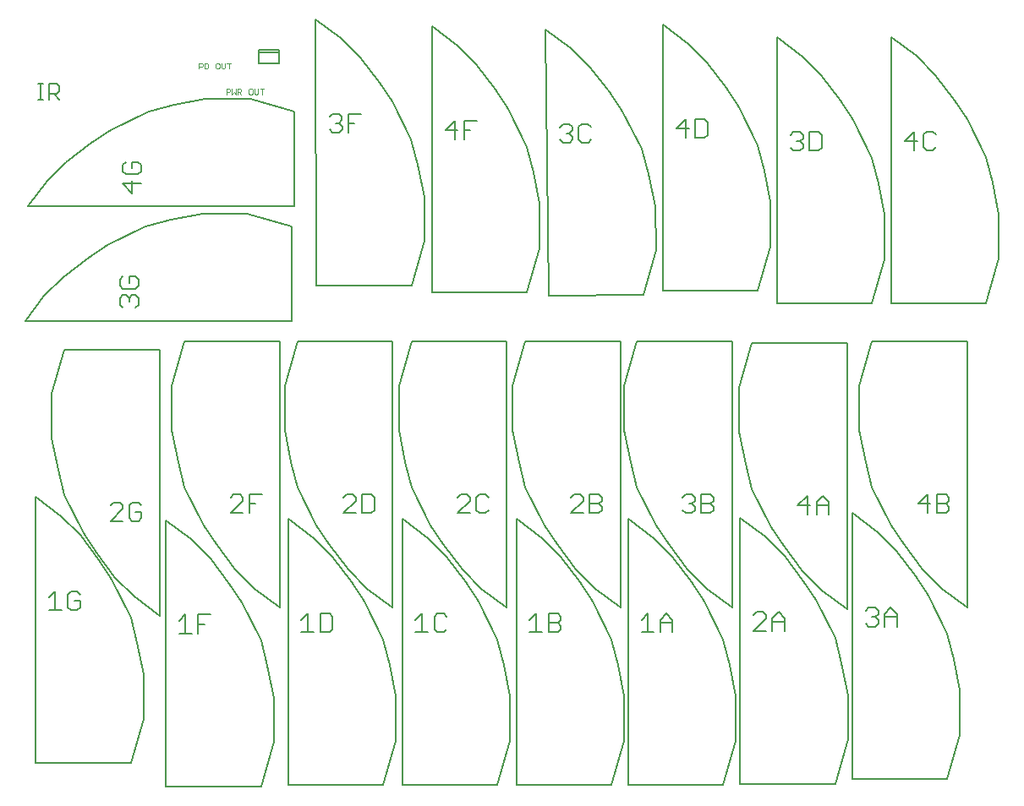
<source format=gto>
G75*
%MOIN*%
%OFA0B0*%
%FSLAX25Y25*%
%IPPOS*%
%LPD*%
%AMOC8*
5,1,8,0,0,1.08239X$1,22.5*
%
%ADD10C,0.00200*%
%ADD11C,0.00600*%
%ADD12C,0.00500*%
D10*
X0331386Y0290214D02*
X0331386Y0292416D01*
X0332487Y0292416D01*
X0332854Y0292049D01*
X0332854Y0291315D01*
X0332487Y0290948D01*
X0331386Y0290948D01*
X0333596Y0290214D02*
X0334330Y0290948D01*
X0335064Y0290214D01*
X0335064Y0292416D01*
X0335806Y0292416D02*
X0336907Y0292416D01*
X0337274Y0292049D01*
X0337274Y0291315D01*
X0336907Y0290948D01*
X0335806Y0290948D01*
X0336540Y0290948D02*
X0337274Y0290214D01*
X0335806Y0290214D02*
X0335806Y0292416D01*
X0333596Y0292416D02*
X0333596Y0290214D01*
X0340226Y0290581D02*
X0340593Y0290214D01*
X0341327Y0290214D01*
X0341694Y0290581D01*
X0341694Y0292049D01*
X0341327Y0292416D01*
X0340593Y0292416D01*
X0340226Y0292049D01*
X0340226Y0290581D01*
X0342435Y0290581D02*
X0342802Y0290214D01*
X0343536Y0290214D01*
X0343903Y0290581D01*
X0343903Y0292416D01*
X0344645Y0292416D02*
X0346113Y0292416D01*
X0345379Y0292416D02*
X0345379Y0290214D01*
X0342435Y0290581D02*
X0342435Y0292416D01*
X0332343Y0300254D02*
X0332343Y0302455D01*
X0331609Y0302455D02*
X0333077Y0302455D01*
X0330867Y0302455D02*
X0330867Y0300621D01*
X0330500Y0300254D01*
X0329766Y0300254D01*
X0329399Y0300621D01*
X0329399Y0302455D01*
X0328657Y0302088D02*
X0328290Y0302455D01*
X0327556Y0302455D01*
X0327189Y0302088D01*
X0327189Y0300621D01*
X0327556Y0300254D01*
X0328290Y0300254D01*
X0328657Y0300621D01*
X0328657Y0302088D01*
X0324237Y0302088D02*
X0323870Y0302455D01*
X0322769Y0302455D01*
X0322769Y0300254D01*
X0323870Y0300254D01*
X0324237Y0300621D01*
X0324237Y0302088D01*
X0322027Y0302088D02*
X0322027Y0301354D01*
X0321660Y0300988D01*
X0320559Y0300988D01*
X0320559Y0300254D02*
X0320559Y0302455D01*
X0321660Y0302455D01*
X0322027Y0302088D01*
D11*
X0372023Y0281250D02*
X0373253Y0282489D01*
X0375722Y0282497D01*
X0376961Y0281267D01*
X0376965Y0280033D01*
X0375735Y0278794D01*
X0376974Y0277564D01*
X0376978Y0276330D01*
X0375748Y0275091D01*
X0373279Y0275082D01*
X0372041Y0276312D01*
X0374501Y0278790D02*
X0375735Y0278794D01*
X0379398Y0278807D02*
X0381867Y0278815D01*
X0379411Y0275104D02*
X0379385Y0282510D01*
X0384323Y0282527D01*
X0417688Y0275968D02*
X0422626Y0275968D01*
X0425055Y0275968D02*
X0427524Y0275968D01*
X0425055Y0279671D02*
X0429992Y0279671D01*
X0425055Y0279671D02*
X0425055Y0272265D01*
X0421392Y0272265D02*
X0421392Y0279671D01*
X0417688Y0275968D01*
X0462860Y0277197D02*
X0464079Y0278446D01*
X0466548Y0278477D01*
X0467797Y0277257D01*
X0467812Y0276023D01*
X0466593Y0274774D01*
X0467843Y0273555D01*
X0467858Y0272320D01*
X0466638Y0271071D01*
X0464170Y0271041D01*
X0462921Y0272260D01*
X0465359Y0274759D02*
X0466593Y0274774D01*
X0470226Y0277287D02*
X0470286Y0272350D01*
X0471536Y0271131D01*
X0474004Y0271161D01*
X0475223Y0272410D01*
X0475163Y0277347D02*
X0473914Y0278567D01*
X0471445Y0278536D01*
X0470226Y0277287D01*
X0508712Y0276637D02*
X0513650Y0276637D01*
X0512415Y0272934D02*
X0512415Y0280340D01*
X0508712Y0276637D01*
X0516078Y0272934D02*
X0519782Y0272934D01*
X0521016Y0274168D01*
X0521016Y0279106D01*
X0519782Y0280340D01*
X0516078Y0280340D01*
X0516078Y0272934D01*
X0553712Y0274106D02*
X0554946Y0275340D01*
X0557415Y0275340D01*
X0558650Y0274106D01*
X0558650Y0272871D01*
X0557415Y0271637D01*
X0558650Y0270403D01*
X0558650Y0269168D01*
X0557415Y0267934D01*
X0554946Y0267934D01*
X0553712Y0269168D01*
X0556181Y0271637D02*
X0557415Y0271637D01*
X0561078Y0267934D02*
X0564782Y0267934D01*
X0566016Y0269168D01*
X0566016Y0274106D01*
X0564782Y0275340D01*
X0561078Y0275340D01*
X0561078Y0267934D01*
X0598712Y0271834D02*
X0603650Y0271834D01*
X0606078Y0274303D02*
X0606078Y0269365D01*
X0607313Y0268131D01*
X0609782Y0268131D01*
X0611016Y0269365D01*
X0611016Y0274303D02*
X0609782Y0275537D01*
X0607313Y0275537D01*
X0606078Y0274303D01*
X0602415Y0275537D02*
X0602415Y0268131D01*
X0598712Y0271834D02*
X0602415Y0275537D01*
X0607683Y0132340D02*
X0603979Y0128637D01*
X0608917Y0128637D01*
X0611346Y0128637D02*
X0615049Y0128637D01*
X0616283Y0127403D01*
X0616283Y0126168D01*
X0615049Y0124934D01*
X0611346Y0124934D01*
X0611346Y0132340D01*
X0615049Y0132340D01*
X0616283Y0131106D01*
X0616283Y0129871D01*
X0615049Y0128637D01*
X0607683Y0124934D02*
X0607683Y0132340D01*
X0568921Y0129281D02*
X0568921Y0124343D01*
X0568921Y0128046D02*
X0563984Y0128046D01*
X0563984Y0129281D02*
X0566452Y0131750D01*
X0568921Y0129281D01*
X0563984Y0129281D02*
X0563984Y0124343D01*
X0560320Y0124343D02*
X0560320Y0131750D01*
X0556617Y0128046D01*
X0561555Y0128046D01*
X0523527Y0127403D02*
X0523527Y0126168D01*
X0522293Y0124934D01*
X0518590Y0124934D01*
X0518590Y0132340D01*
X0522293Y0132340D01*
X0523527Y0131106D01*
X0523527Y0129871D01*
X0522293Y0128637D01*
X0518590Y0128637D01*
X0516161Y0127403D02*
X0516161Y0126168D01*
X0514927Y0124934D01*
X0512458Y0124934D01*
X0511224Y0126168D01*
X0513692Y0128637D02*
X0514927Y0128637D01*
X0516161Y0127403D01*
X0514927Y0128637D02*
X0516161Y0129871D01*
X0516161Y0131106D01*
X0514927Y0132340D01*
X0512458Y0132340D01*
X0511224Y0131106D01*
X0522293Y0128637D02*
X0523527Y0127403D01*
X0479512Y0127403D02*
X0479512Y0126168D01*
X0478277Y0124934D01*
X0474574Y0124934D01*
X0474574Y0132340D01*
X0478277Y0132340D01*
X0479512Y0131106D01*
X0479512Y0129871D01*
X0478277Y0128637D01*
X0474574Y0128637D01*
X0472145Y0129871D02*
X0472145Y0131106D01*
X0470911Y0132340D01*
X0468442Y0132340D01*
X0467208Y0131106D01*
X0472145Y0129871D02*
X0467208Y0124934D01*
X0472145Y0124934D01*
X0478277Y0128637D02*
X0479512Y0127403D01*
X0434709Y0126168D02*
X0433474Y0124934D01*
X0431005Y0124934D01*
X0429771Y0126168D01*
X0429771Y0131106D01*
X0431005Y0132340D01*
X0433474Y0132340D01*
X0434709Y0131106D01*
X0427342Y0131106D02*
X0427342Y0129871D01*
X0422405Y0124934D01*
X0427342Y0124934D01*
X0427342Y0131106D02*
X0426108Y0132340D01*
X0423639Y0132340D01*
X0422405Y0131106D01*
X0389709Y0131106D02*
X0389709Y0126168D01*
X0388474Y0124934D01*
X0384771Y0124934D01*
X0384771Y0132340D01*
X0388474Y0132340D01*
X0389709Y0131106D01*
X0382342Y0131106D02*
X0382342Y0129871D01*
X0377405Y0124934D01*
X0382342Y0124934D01*
X0382342Y0131106D02*
X0381108Y0132340D01*
X0378639Y0132340D01*
X0377405Y0131106D01*
X0345299Y0132340D02*
X0340362Y0132340D01*
X0340362Y0124934D01*
X0337933Y0124934D02*
X0332995Y0124934D01*
X0337933Y0129871D01*
X0337933Y0131106D01*
X0336698Y0132340D01*
X0334230Y0132340D01*
X0332995Y0131106D01*
X0340362Y0128637D02*
X0342830Y0128637D01*
X0297937Y0127996D02*
X0296702Y0129230D01*
X0294234Y0129230D01*
X0292999Y0127996D01*
X0292999Y0123058D01*
X0294234Y0121824D01*
X0296702Y0121824D01*
X0297937Y0123058D01*
X0297937Y0125527D01*
X0295468Y0125527D01*
X0290571Y0126761D02*
X0290571Y0127996D01*
X0289336Y0129230D01*
X0286867Y0129230D01*
X0285633Y0127996D01*
X0290571Y0126761D02*
X0285633Y0121824D01*
X0290571Y0121824D01*
X0272537Y0094080D02*
X0270069Y0094080D01*
X0268834Y0092846D01*
X0268834Y0087908D01*
X0270069Y0086674D01*
X0272537Y0086674D01*
X0273772Y0087908D01*
X0273772Y0090377D01*
X0271303Y0090377D01*
X0273772Y0092846D02*
X0272537Y0094080D01*
X0263937Y0094080D02*
X0263937Y0086674D01*
X0261468Y0086674D02*
X0266406Y0086674D01*
X0261468Y0091612D02*
X0263937Y0094080D01*
X0312807Y0082478D02*
X0315275Y0084946D01*
X0315275Y0077540D01*
X0312807Y0077540D02*
X0317744Y0077540D01*
X0320173Y0077540D02*
X0320173Y0084946D01*
X0325110Y0084946D01*
X0322642Y0081243D02*
X0320173Y0081243D01*
X0360956Y0082871D02*
X0363425Y0085340D01*
X0363425Y0077934D01*
X0360956Y0077934D02*
X0365894Y0077934D01*
X0368322Y0077934D02*
X0372026Y0077934D01*
X0373260Y0079168D01*
X0373260Y0084106D01*
X0372026Y0085340D01*
X0368322Y0085340D01*
X0368322Y0077934D01*
X0405956Y0077934D02*
X0410894Y0077934D01*
X0408425Y0077934D02*
X0408425Y0085340D01*
X0405956Y0082871D01*
X0413322Y0084106D02*
X0413322Y0079168D01*
X0414557Y0077934D01*
X0417026Y0077934D01*
X0418260Y0079168D01*
X0418260Y0084106D02*
X0417026Y0085340D01*
X0414557Y0085340D01*
X0413322Y0084106D01*
X0450956Y0082871D02*
X0453425Y0085340D01*
X0453425Y0077934D01*
X0450956Y0077934D02*
X0455894Y0077934D01*
X0458322Y0077934D02*
X0462026Y0077934D01*
X0463260Y0079168D01*
X0463260Y0080403D01*
X0462026Y0081637D01*
X0458322Y0081637D01*
X0458322Y0077934D02*
X0458322Y0085340D01*
X0462026Y0085340D01*
X0463260Y0084106D01*
X0463260Y0082871D01*
X0462026Y0081637D01*
X0494972Y0082871D02*
X0497441Y0085340D01*
X0497441Y0077934D01*
X0499909Y0077934D02*
X0494972Y0077934D01*
X0502338Y0077934D02*
X0502338Y0082871D01*
X0504807Y0085340D01*
X0507276Y0082871D01*
X0507276Y0077934D01*
X0507276Y0081637D02*
X0502338Y0081637D01*
X0539185Y0084696D02*
X0540419Y0085931D01*
X0542888Y0085931D01*
X0544122Y0084696D01*
X0544122Y0083462D01*
X0539185Y0078524D01*
X0544122Y0078524D01*
X0546551Y0078524D02*
X0546551Y0083462D01*
X0549020Y0085931D01*
X0551488Y0083462D01*
X0551488Y0078524D01*
X0551488Y0082228D02*
X0546551Y0082228D01*
X0583397Y0081452D02*
X0584631Y0080217D01*
X0587100Y0080217D01*
X0588335Y0081452D01*
X0588335Y0082686D01*
X0587100Y0083920D01*
X0585866Y0083920D01*
X0587100Y0083920D02*
X0588335Y0085155D01*
X0588335Y0086389D01*
X0587100Y0087624D01*
X0584631Y0087624D01*
X0583397Y0086389D01*
X0590763Y0085155D02*
X0590763Y0080217D01*
X0590763Y0083920D02*
X0595701Y0083920D01*
X0595701Y0085155D02*
X0595701Y0080217D01*
X0595701Y0085155D02*
X0593232Y0087624D01*
X0590763Y0085155D01*
X0296706Y0207226D02*
X0295470Y0205994D01*
X0296706Y0207226D02*
X0296711Y0209695D01*
X0295478Y0210932D01*
X0294244Y0210934D01*
X0293007Y0209701D01*
X0293005Y0208467D01*
X0293007Y0209701D02*
X0291775Y0210938D01*
X0290541Y0210940D01*
X0289304Y0209708D01*
X0289300Y0207239D01*
X0290532Y0206003D01*
X0290545Y0213369D02*
X0295483Y0213360D01*
X0296719Y0214592D01*
X0296723Y0217061D01*
X0295491Y0218298D01*
X0293022Y0218302D01*
X0293018Y0215833D01*
X0290545Y0213369D02*
X0289313Y0214605D01*
X0289317Y0217074D01*
X0290554Y0218306D01*
X0294133Y0251241D02*
X0294133Y0256178D01*
X0291665Y0258607D02*
X0296602Y0258607D01*
X0297836Y0259842D01*
X0297836Y0262310D01*
X0296602Y0263545D01*
X0294133Y0263545D01*
X0294133Y0261076D01*
X0291665Y0258607D02*
X0290430Y0259842D01*
X0290430Y0262310D01*
X0291665Y0263545D01*
X0290430Y0254944D02*
X0294133Y0251241D01*
X0297836Y0254944D02*
X0290430Y0254944D01*
X0265631Y0288139D02*
X0263496Y0290274D01*
X0264564Y0290274D02*
X0261361Y0290274D01*
X0261361Y0288139D02*
X0261361Y0294544D01*
X0264564Y0294544D01*
X0265631Y0293476D01*
X0265631Y0291341D01*
X0264564Y0290274D01*
X0259199Y0288139D02*
X0257064Y0288139D01*
X0258132Y0288139D02*
X0258132Y0294544D01*
X0259199Y0294544D02*
X0257064Y0294544D01*
D12*
X0256168Y0131374D02*
X0256168Y0026374D01*
X0293668Y0026374D01*
X0298668Y0043874D01*
X0298668Y0061374D01*
X0296168Y0073874D01*
X0293668Y0083874D01*
X0286168Y0098874D01*
X0281168Y0106374D01*
X0273668Y0116374D01*
X0266168Y0123874D01*
X0256168Y0131374D01*
X0267566Y0132024D02*
X0265066Y0142024D01*
X0262566Y0154524D01*
X0262566Y0172024D01*
X0267566Y0189524D01*
X0305066Y0189524D01*
X0305066Y0084524D01*
X0295066Y0092024D01*
X0287566Y0099524D01*
X0280066Y0109524D01*
X0275066Y0117024D01*
X0267566Y0132024D01*
X0307507Y0122240D02*
X0307507Y0017240D01*
X0345007Y0017240D01*
X0350007Y0034740D01*
X0350007Y0052240D01*
X0347507Y0064740D01*
X0345007Y0074740D01*
X0337507Y0089740D01*
X0332507Y0097240D01*
X0325007Y0107240D01*
X0317507Y0114740D01*
X0307507Y0122240D01*
X0314928Y0135134D02*
X0322428Y0120134D01*
X0327428Y0112634D01*
X0334928Y0102634D01*
X0342428Y0095134D01*
X0352428Y0087634D01*
X0352428Y0192634D01*
X0314928Y0192634D01*
X0309928Y0175134D01*
X0309928Y0157634D01*
X0312428Y0145134D01*
X0314928Y0135134D01*
X0355656Y0122634D02*
X0355656Y0017634D01*
X0393156Y0017634D01*
X0398156Y0035134D01*
X0398156Y0052634D01*
X0395656Y0065134D01*
X0393156Y0075134D01*
X0385656Y0090134D01*
X0380656Y0097634D01*
X0373156Y0107634D01*
X0365656Y0115134D01*
X0355656Y0122634D01*
X0366837Y0120134D02*
X0359337Y0135134D01*
X0356837Y0145134D01*
X0354337Y0157634D01*
X0354337Y0175134D01*
X0359337Y0192634D01*
X0396837Y0192634D01*
X0396837Y0087634D01*
X0386837Y0095134D01*
X0379337Y0102634D01*
X0371837Y0112634D01*
X0366837Y0120134D01*
X0400656Y0122634D02*
X0400656Y0017634D01*
X0438156Y0017634D01*
X0443156Y0035134D01*
X0443156Y0052634D01*
X0440656Y0065134D01*
X0438156Y0075134D01*
X0430656Y0090134D01*
X0425656Y0097634D01*
X0418156Y0107634D01*
X0410656Y0115134D01*
X0400656Y0122634D01*
X0411837Y0120134D02*
X0404337Y0135134D01*
X0401837Y0145134D01*
X0399337Y0157634D01*
X0399337Y0175134D01*
X0404337Y0192634D01*
X0441837Y0192634D01*
X0441837Y0087634D01*
X0431837Y0095134D01*
X0424337Y0102634D01*
X0416837Y0112634D01*
X0411837Y0120134D01*
X0445656Y0122634D02*
X0445656Y0017634D01*
X0483156Y0017634D01*
X0488156Y0035134D01*
X0488156Y0052634D01*
X0485656Y0065134D01*
X0483156Y0075134D01*
X0475656Y0090134D01*
X0470656Y0097634D01*
X0463156Y0107634D01*
X0455656Y0115134D01*
X0445656Y0122634D01*
X0456640Y0120134D02*
X0461640Y0112634D01*
X0469140Y0102634D01*
X0476640Y0095134D01*
X0486640Y0087634D01*
X0486640Y0192634D01*
X0449140Y0192634D01*
X0444140Y0175134D01*
X0444140Y0157634D01*
X0446640Y0145134D01*
X0449140Y0135134D01*
X0456640Y0120134D01*
X0489672Y0122634D02*
X0489672Y0017634D01*
X0527172Y0017634D01*
X0532172Y0035134D01*
X0532172Y0052634D01*
X0529672Y0065134D01*
X0527172Y0075134D01*
X0519672Y0090134D01*
X0514672Y0097634D01*
X0507172Y0107634D01*
X0499672Y0115134D01*
X0489672Y0122634D01*
X0500656Y0120134D02*
X0505656Y0112634D01*
X0513156Y0102634D01*
X0520656Y0095134D01*
X0530656Y0087634D01*
X0530656Y0192634D01*
X0493156Y0192634D01*
X0488156Y0175134D01*
X0488156Y0157634D01*
X0490656Y0145134D01*
X0493156Y0135134D01*
X0500656Y0120134D01*
X0533885Y0123224D02*
X0533885Y0018224D01*
X0571385Y0018224D01*
X0576385Y0035724D01*
X0576385Y0053224D01*
X0573885Y0065724D01*
X0571385Y0075724D01*
X0563885Y0090724D01*
X0558885Y0098224D01*
X0551385Y0108224D01*
X0543885Y0115724D01*
X0533885Y0123224D01*
X0538550Y0134543D02*
X0546050Y0119543D01*
X0551050Y0112043D01*
X0558550Y0102043D01*
X0566050Y0094543D01*
X0576050Y0087043D01*
X0576050Y0192043D01*
X0538550Y0192043D01*
X0533550Y0174543D01*
X0533550Y0157043D01*
X0536050Y0144543D01*
X0538550Y0134543D01*
X0578097Y0124917D02*
X0578097Y0019917D01*
X0615597Y0019917D01*
X0620597Y0037417D01*
X0620597Y0054917D01*
X0618097Y0067417D01*
X0615597Y0077417D01*
X0608097Y0092417D01*
X0603097Y0099917D01*
X0595597Y0109917D01*
X0588097Y0117417D01*
X0578097Y0124917D01*
X0585912Y0135134D02*
X0593412Y0120134D01*
X0598412Y0112634D01*
X0605912Y0102634D01*
X0613412Y0095134D01*
X0623412Y0087634D01*
X0623412Y0192634D01*
X0585912Y0192634D01*
X0580912Y0175134D01*
X0580912Y0157634D01*
X0583412Y0145134D01*
X0585912Y0135134D01*
X0585912Y0207634D02*
X0548412Y0207634D01*
X0548412Y0312634D01*
X0558412Y0305134D01*
X0565912Y0297634D01*
X0573412Y0287634D01*
X0578412Y0280134D01*
X0585912Y0265134D01*
X0588412Y0255134D01*
X0590912Y0242634D01*
X0590912Y0225134D01*
X0585912Y0207634D01*
X0593412Y0207831D02*
X0593412Y0312831D01*
X0603412Y0305331D01*
X0610912Y0297831D01*
X0618412Y0287831D01*
X0623412Y0280331D01*
X0630912Y0265331D01*
X0633412Y0255331D01*
X0635912Y0242831D01*
X0635912Y0225331D01*
X0630912Y0207831D01*
X0593412Y0207831D01*
X0545912Y0230134D02*
X0540912Y0212634D01*
X0503412Y0212634D01*
X0503412Y0317634D01*
X0513412Y0310134D01*
X0520912Y0302634D01*
X0528412Y0292634D01*
X0533412Y0285134D01*
X0540912Y0270134D01*
X0543412Y0260134D01*
X0545912Y0247634D01*
X0545912Y0230134D01*
X0500656Y0228683D02*
X0495870Y0211123D01*
X0458373Y0210665D01*
X0457090Y0315658D01*
X0467181Y0308280D01*
X0474772Y0300872D01*
X0482393Y0290965D01*
X0487485Y0283526D01*
X0495167Y0268619D01*
X0497789Y0258650D01*
X0500442Y0246182D01*
X0500656Y0228683D01*
X0454888Y0229465D02*
X0449888Y0211965D01*
X0412388Y0211965D01*
X0412388Y0316965D01*
X0422388Y0309465D01*
X0429888Y0301965D01*
X0437388Y0291965D01*
X0442388Y0284465D01*
X0449888Y0269465D01*
X0452388Y0259465D01*
X0454888Y0246965D01*
X0454888Y0229465D01*
X0409394Y0232408D02*
X0409333Y0249908D01*
X0406789Y0262399D01*
X0404254Y0272390D01*
X0396702Y0287364D01*
X0391676Y0294847D01*
X0384141Y0304820D01*
X0376615Y0312294D01*
X0366589Y0319759D01*
X0366955Y0214760D01*
X0404455Y0214891D01*
X0409394Y0232408D01*
X0357060Y0238087D02*
X0356995Y0200587D01*
X0251995Y0200770D01*
X0259512Y0210757D01*
X0267025Y0218244D01*
X0277038Y0225726D01*
X0284547Y0230713D01*
X0299560Y0238187D01*
X0309565Y0240669D01*
X0322069Y0243148D01*
X0339569Y0243117D01*
X0357060Y0238087D01*
X0358136Y0245941D02*
X0253136Y0245941D01*
X0260636Y0255941D01*
X0268136Y0263441D01*
X0278136Y0270941D01*
X0285636Y0275941D01*
X0300636Y0283441D01*
X0310636Y0285941D01*
X0323136Y0288441D01*
X0340636Y0288441D01*
X0358136Y0283441D01*
X0358136Y0245941D01*
X0352152Y0302516D02*
X0344278Y0302516D01*
X0344278Y0306846D01*
X0352152Y0306846D01*
X0352152Y0302516D01*
X0352152Y0306846D02*
X0352152Y0307634D01*
X0344278Y0307634D01*
X0344278Y0306846D01*
M02*

</source>
